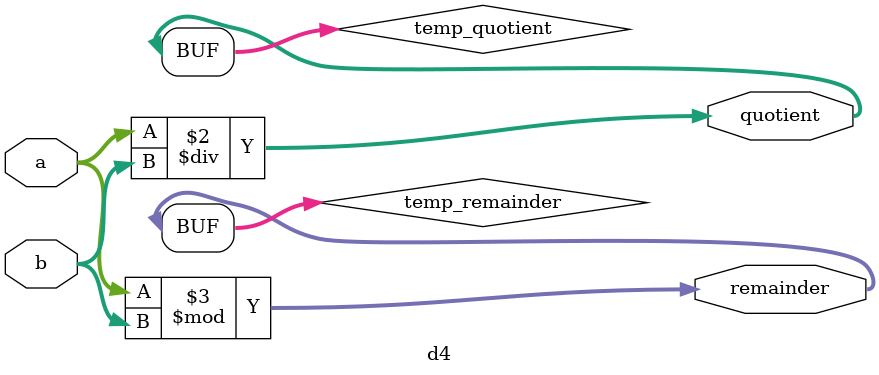
<source format=v>
module d4 (input [1:0] a, b,
                        output [1:0] quotient, remainder);


    reg [1:0] temp_quotient;
    reg [1:0] temp_remainder;

    always @(*) begin
        temp_quotient = a / b;
        temp_remainder = a % b;
    end

    assign quotient = temp_quotient;
    assign remainder = temp_remainder;
endmodule
</source>
